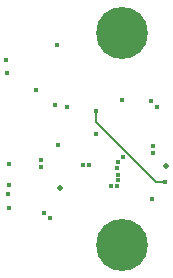
<source format=gbr>
%TF.GenerationSoftware,KiCad,Pcbnew,7.0.10*%
%TF.CreationDate,2024-02-02T13:19:37-05:00*%
%TF.ProjectId,quad_radio_adapter,71756164-5f72-4616-9469-6f5f61646170,rev?*%
%TF.SameCoordinates,Original*%
%TF.FileFunction,Copper,L4,Inr*%
%TF.FilePolarity,Positive*%
%FSLAX46Y46*%
G04 Gerber Fmt 4.6, Leading zero omitted, Abs format (unit mm)*
G04 Created by KiCad (PCBNEW 7.0.10) date 2024-02-02 13:19:37*
%MOMM*%
%LPD*%
G01*
G04 APERTURE LIST*
%TA.AperFunction,ComponentPad*%
%ADD10C,4.400000*%
%TD*%
%TA.AperFunction,ViaPad*%
%ADD11C,0.400000*%
%TD*%
%TA.AperFunction,ViaPad*%
%ADD12C,0.500000*%
%TD*%
%TA.AperFunction,Conductor*%
%ADD13C,0.152400*%
%TD*%
G04 APERTURE END LIST*
D10*
%TO.N,GND*%
%TO.C,H1*%
X104000000Y-91000000D03*
%TD*%
%TO.N,GND*%
%TO.C,H2*%
X104000000Y-109000000D03*
%TD*%
D11*
%TO.N,GND*%
X106620000Y-105050000D03*
X107010200Y-97307400D03*
X94437200Y-103911400D03*
X103682800Y-101930200D03*
X94259400Y-93319600D03*
X94411800Y-104622600D03*
X103665800Y-103001782D03*
X98510000Y-92000000D03*
X104089200Y-101498400D03*
X103657400Y-102489000D03*
X104063800Y-96723200D03*
X94310200Y-94437200D03*
X106680000Y-100584000D03*
X101854000Y-99593400D03*
X94437200Y-102133400D03*
X103665800Y-103479600D03*
X106502200Y-96774000D03*
X103098600Y-104013000D03*
X103641983Y-103989183D03*
D12*
%TO.N,SBUS2_HERELINK*%
X107750000Y-102320000D03*
X98770000Y-104110000D03*
D11*
%TO.N,ETH_RADIO_RX_POSTMAG_P*%
X97200000Y-101788640D03*
%TO.N,ETH_RADIO_RX_POSTMAG_N*%
X97200000Y-102361360D03*
%TO.N,ETH_RADIO_TX_POSTMAG_P*%
X97917000Y-106680000D03*
%TO.N,ETH_RADIO_TX_POSTMAG_N*%
X97450000Y-106250000D03*
%TO.N,TELEM1_TX*%
X98348800Y-97078800D03*
X96799400Y-95885000D03*
%TO.N,+VIN_PROT_RADIO*%
X101244400Y-102209600D03*
X100741197Y-102209600D03*
%TO.N,RC_INPUT*%
X94480000Y-105870000D03*
X99360000Y-97280000D03*
%TO.N,Net-(D1-K)*%
X98653600Y-100482400D03*
X106629200Y-101200000D03*
%TO.N,Net-(IC1-FB)*%
X107696000Y-103632000D03*
X101854000Y-97612200D03*
%TD*%
D13*
%TO.N,Net-(IC1-FB)*%
X107696000Y-103632000D02*
X106934000Y-103632000D01*
X106934000Y-103632000D02*
X101854000Y-98552000D01*
X101854000Y-98552000D02*
X101854000Y-97612200D01*
%TD*%
M02*

</source>
